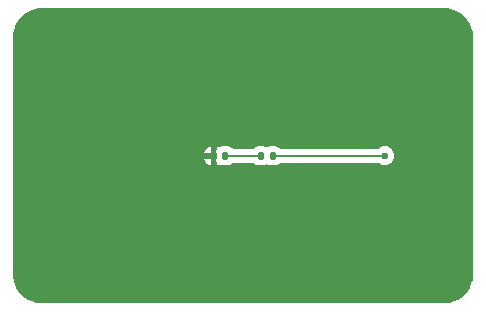
<source format=gbr>
%TF.GenerationSoftware,KiCad,Pcbnew,8.0.6*%
%TF.CreationDate,2024-11-14T10:44:01+01:00*%
%TF.ProjectId,dac_hat,6461635f-6861-4742-9e6b-696361645f70,0*%
%TF.SameCoordinates,Original*%
%TF.FileFunction,Copper,L1,Top*%
%TF.FilePolarity,Positive*%
%FSLAX46Y46*%
G04 Gerber Fmt 4.6, Leading zero omitted, Abs format (unit mm)*
G04 Created by KiCad (PCBNEW 8.0.6) date 2024-11-14 10:44:01*
%MOMM*%
%LPD*%
G01*
G04 APERTURE LIST*
G04 Aperture macros list*
%AMRoundRect*
0 Rectangle with rounded corners*
0 $1 Rounding radius*
0 $2 $3 $4 $5 $6 $7 $8 $9 X,Y pos of 4 corners*
0 Add a 4 corners polygon primitive as box body*
4,1,4,$2,$3,$4,$5,$6,$7,$8,$9,$2,$3,0*
0 Add four circle primitives for the rounded corners*
1,1,$1+$1,$2,$3*
1,1,$1+$1,$4,$5*
1,1,$1+$1,$6,$7*
1,1,$1+$1,$8,$9*
0 Add four rect primitives between the rounded corners*
20,1,$1+$1,$2,$3,$4,$5,0*
20,1,$1+$1,$4,$5,$6,$7,0*
20,1,$1+$1,$6,$7,$8,$9,0*
20,1,$1+$1,$8,$9,$2,$3,0*%
G04 Aperture macros list end*
%TA.AperFunction,SMDPad,CuDef*%
%ADD10RoundRect,0.135000X-0.135000X-0.185000X0.135000X-0.185000X0.135000X0.185000X-0.135000X0.185000X0*%
%TD*%
%TA.AperFunction,SMDPad,CuDef*%
%ADD11RoundRect,0.147500X-0.147500X-0.172500X0.147500X-0.172500X0.147500X0.172500X-0.147500X0.172500X0*%
%TD*%
%TA.AperFunction,ViaPad*%
%ADD12C,0.600000*%
%TD*%
%TA.AperFunction,Conductor*%
%ADD13C,0.200000*%
%TD*%
G04 APERTURE END LIST*
D10*
%TO.P,R1,1*%
%TO.N,/led*%
X118490000Y-83000000D03*
%TO.P,R1,2*%
%TO.N,VCC*%
X119510000Y-83000000D03*
%TD*%
D11*
%TO.P,D1,1,K*%
%TO.N,GND*%
X114515000Y-83000000D03*
%TO.P,D1,2,A*%
%TO.N,/led*%
X115485000Y-83000000D03*
%TD*%
D12*
%TO.N,GND*%
X113000000Y-83000000D03*
X114000000Y-85000000D03*
X114000000Y-81000000D03*
X129000000Y-85000000D03*
X129000000Y-81000000D03*
X104000000Y-86000000D03*
X101000000Y-86000000D03*
X104000000Y-80000000D03*
X101000000Y-80000000D03*
X105000000Y-83000000D03*
X100000000Y-83000000D03*
%TO.N,VCC*%
X129000000Y-83000000D03*
%TD*%
D13*
%TO.N,VCC*%
X129000000Y-83000000D02*
X119510000Y-83000000D01*
%TO.N,/led*%
X115485000Y-83000000D02*
X118490000Y-83000000D01*
%TD*%
%TA.AperFunction,Conductor*%
%TO.N,GND*%
G36*
X134003736Y-70500726D02*
G01*
X134293796Y-70518271D01*
X134308659Y-70520076D01*
X134590798Y-70571780D01*
X134605335Y-70575363D01*
X134879172Y-70660695D01*
X134893163Y-70666000D01*
X135154743Y-70783727D01*
X135167989Y-70790680D01*
X135413465Y-70939075D01*
X135425776Y-70947573D01*
X135651573Y-71124473D01*
X135662781Y-71134403D01*
X135865596Y-71337218D01*
X135875526Y-71348426D01*
X135995481Y-71501538D01*
X136052422Y-71574217D01*
X136060928Y-71586540D01*
X136209316Y-71832004D01*
X136216275Y-71845263D01*
X136333997Y-72106831D01*
X136339306Y-72120832D01*
X136424635Y-72394663D01*
X136428219Y-72409201D01*
X136479923Y-72691340D01*
X136481728Y-72706205D01*
X136499274Y-72996263D01*
X136499500Y-73003750D01*
X136499500Y-92996249D01*
X136499274Y-93003736D01*
X136481728Y-93293794D01*
X136479923Y-93308659D01*
X136428219Y-93590798D01*
X136424635Y-93605336D01*
X136339306Y-93879167D01*
X136333997Y-93893168D01*
X136216275Y-94154736D01*
X136209316Y-94167995D01*
X136060928Y-94413459D01*
X136052422Y-94425782D01*
X135875526Y-94651573D01*
X135865596Y-94662781D01*
X135662781Y-94865596D01*
X135651573Y-94875526D01*
X135425782Y-95052422D01*
X135413459Y-95060928D01*
X135167995Y-95209316D01*
X135154736Y-95216275D01*
X134893168Y-95333997D01*
X134879167Y-95339306D01*
X134605336Y-95424635D01*
X134590798Y-95428219D01*
X134308659Y-95479923D01*
X134293794Y-95481728D01*
X134003736Y-95499274D01*
X133996249Y-95499500D01*
X100003751Y-95499500D01*
X99996264Y-95499274D01*
X99706205Y-95481728D01*
X99691340Y-95479923D01*
X99409201Y-95428219D01*
X99394663Y-95424635D01*
X99120832Y-95339306D01*
X99106831Y-95333997D01*
X98845263Y-95216275D01*
X98832004Y-95209316D01*
X98586540Y-95060928D01*
X98574217Y-95052422D01*
X98348426Y-94875526D01*
X98337218Y-94865596D01*
X98134403Y-94662781D01*
X98124473Y-94651573D01*
X97947573Y-94425776D01*
X97939075Y-94413465D01*
X97790680Y-94167989D01*
X97783727Y-94154743D01*
X97666000Y-93893163D01*
X97660693Y-93879167D01*
X97575364Y-93605336D01*
X97571780Y-93590798D01*
X97520076Y-93308659D01*
X97518271Y-93293794D01*
X97500726Y-93003736D01*
X97500500Y-92996249D01*
X97500500Y-83250000D01*
X113720954Y-83250000D01*
X113722889Y-83274597D01*
X113768529Y-83431692D01*
X113768531Y-83431697D01*
X113851806Y-83572508D01*
X113851812Y-83572516D01*
X113967483Y-83688187D01*
X113967491Y-83688193D01*
X114108302Y-83771468D01*
X114265000Y-83816992D01*
X114265000Y-83250000D01*
X113720954Y-83250000D01*
X97500500Y-83250000D01*
X97500500Y-82762052D01*
X114689500Y-82762052D01*
X114689500Y-83237947D01*
X114692390Y-83274673D01*
X114692391Y-83274679D01*
X114738066Y-83431892D01*
X114738068Y-83431895D01*
X114747732Y-83448236D01*
X114765000Y-83511357D01*
X114765000Y-83816991D01*
X114921696Y-83771468D01*
X114936386Y-83762781D01*
X115004110Y-83745597D01*
X115062628Y-83762779D01*
X115078103Y-83771931D01*
X115078104Y-83771931D01*
X115078107Y-83771933D01*
X115235320Y-83817608D01*
X115235323Y-83817608D01*
X115235325Y-83817609D01*
X115272060Y-83820500D01*
X115272068Y-83820500D01*
X115697932Y-83820500D01*
X115697940Y-83820500D01*
X115734675Y-83817609D01*
X115734677Y-83817608D01*
X115734679Y-83817608D01*
X115891892Y-83771933D01*
X115891893Y-83771932D01*
X115891897Y-83771931D01*
X116032820Y-83688590D01*
X116084590Y-83636820D01*
X116145913Y-83603334D01*
X116172272Y-83600500D01*
X117820405Y-83600500D01*
X117887444Y-83620185D01*
X117908081Y-83636814D01*
X117962402Y-83691135D01*
X118100607Y-83772869D01*
X118100614Y-83772871D01*
X118254791Y-83817664D01*
X118254794Y-83817664D01*
X118254796Y-83817665D01*
X118290819Y-83820500D01*
X118689180Y-83820499D01*
X118725204Y-83817665D01*
X118879393Y-83772869D01*
X118936882Y-83738869D01*
X119004602Y-83721688D01*
X119063117Y-83738869D01*
X119120607Y-83772869D01*
X119120610Y-83772869D01*
X119120612Y-83772871D01*
X119274791Y-83817664D01*
X119274794Y-83817664D01*
X119274796Y-83817665D01*
X119310819Y-83820500D01*
X119709180Y-83820499D01*
X119745204Y-83817665D01*
X119899393Y-83772869D01*
X120037598Y-83691135D01*
X120091915Y-83636817D01*
X120153236Y-83603334D01*
X120179595Y-83600500D01*
X128417588Y-83600500D01*
X128484627Y-83620185D01*
X128494903Y-83627555D01*
X128497736Y-83629814D01*
X128497738Y-83629816D01*
X128650478Y-83725789D01*
X128756195Y-83762781D01*
X128820745Y-83785368D01*
X128820750Y-83785369D01*
X128999996Y-83805565D01*
X129000000Y-83805565D01*
X129000004Y-83805565D01*
X129179249Y-83785369D01*
X129179252Y-83785368D01*
X129179255Y-83785368D01*
X129349522Y-83725789D01*
X129502262Y-83629816D01*
X129629816Y-83502262D01*
X129725789Y-83349522D01*
X129785368Y-83179255D01*
X129805565Y-83000000D01*
X129785368Y-82820745D01*
X129725789Y-82650478D01*
X129629816Y-82497738D01*
X129502262Y-82370184D01*
X129409364Y-82311812D01*
X129349523Y-82274211D01*
X129179254Y-82214631D01*
X129179249Y-82214630D01*
X129000004Y-82194435D01*
X128999996Y-82194435D01*
X128820750Y-82214630D01*
X128820745Y-82214631D01*
X128650476Y-82274211D01*
X128497736Y-82370185D01*
X128494903Y-82372445D01*
X128492724Y-82373334D01*
X128491842Y-82373889D01*
X128491744Y-82373734D01*
X128430217Y-82398855D01*
X128417588Y-82399500D01*
X120179595Y-82399500D01*
X120112556Y-82379815D01*
X120091918Y-82363185D01*
X120037598Y-82308865D01*
X119985930Y-82278309D01*
X119899393Y-82227131D01*
X119899388Y-82227129D01*
X119745208Y-82182335D01*
X119745202Y-82182334D01*
X119709181Y-82179500D01*
X119310830Y-82179500D01*
X119310808Y-82179501D01*
X119274794Y-82182335D01*
X119120611Y-82227129D01*
X119120604Y-82227132D01*
X119063119Y-82261128D01*
X118995395Y-82278309D01*
X118936881Y-82261128D01*
X118879395Y-82227132D01*
X118879388Y-82227129D01*
X118725208Y-82182335D01*
X118725202Y-82182334D01*
X118689181Y-82179500D01*
X118290830Y-82179500D01*
X118290808Y-82179501D01*
X118254794Y-82182335D01*
X118100611Y-82227129D01*
X118100606Y-82227131D01*
X117962404Y-82308863D01*
X117962400Y-82308866D01*
X117935243Y-82336023D01*
X117908084Y-82363182D01*
X117846764Y-82396666D01*
X117820405Y-82399500D01*
X116172272Y-82399500D01*
X116105233Y-82379815D01*
X116084590Y-82363180D01*
X116032825Y-82311414D01*
X116032817Y-82311408D01*
X115907372Y-82237221D01*
X115891897Y-82228069D01*
X115891896Y-82228068D01*
X115891895Y-82228068D01*
X115891892Y-82228066D01*
X115734679Y-82182391D01*
X115734673Y-82182390D01*
X115697947Y-82179500D01*
X115697940Y-82179500D01*
X115272060Y-82179500D01*
X115272052Y-82179500D01*
X115235326Y-82182390D01*
X115235320Y-82182391D01*
X115078103Y-82228068D01*
X115078102Y-82228068D01*
X115062625Y-82237221D01*
X114994900Y-82254400D01*
X114936392Y-82237220D01*
X114921704Y-82228534D01*
X114921691Y-82228529D01*
X114765001Y-82183005D01*
X114765000Y-82183006D01*
X114765000Y-82488641D01*
X114747734Y-82551759D01*
X114738067Y-82568104D01*
X114692391Y-82725320D01*
X114692390Y-82725326D01*
X114689500Y-82762052D01*
X97500500Y-82762052D01*
X97500500Y-82750000D01*
X113720953Y-82750000D01*
X114265000Y-82750000D01*
X114265000Y-82183006D01*
X114264998Y-82183005D01*
X114108307Y-82228528D01*
X114108304Y-82228530D01*
X113967491Y-82311806D01*
X113967483Y-82311812D01*
X113851812Y-82427483D01*
X113851806Y-82427491D01*
X113768531Y-82568302D01*
X113768529Y-82568307D01*
X113722890Y-82725396D01*
X113722888Y-82725408D01*
X113720953Y-82750000D01*
X97500500Y-82750000D01*
X97500500Y-73003750D01*
X97500726Y-72996263D01*
X97518271Y-72706205D01*
X97520076Y-72691340D01*
X97571780Y-72409201D01*
X97575364Y-72394663D01*
X97652096Y-72148422D01*
X97660696Y-72120822D01*
X97665998Y-72106841D01*
X97783731Y-71845249D01*
X97790676Y-71832016D01*
X97939080Y-71586526D01*
X97947567Y-71574230D01*
X98124480Y-71348417D01*
X98134395Y-71337226D01*
X98337226Y-71134395D01*
X98348417Y-71124480D01*
X98574230Y-70947567D01*
X98586526Y-70939080D01*
X98832016Y-70790676D01*
X98845249Y-70783731D01*
X99106841Y-70665998D01*
X99120822Y-70660696D01*
X99394668Y-70575362D01*
X99409197Y-70571780D01*
X99691344Y-70520075D01*
X99706201Y-70518271D01*
X99996264Y-70500726D01*
X100003751Y-70500500D01*
X100065892Y-70500500D01*
X133934108Y-70500500D01*
X133996249Y-70500500D01*
X134003736Y-70500726D01*
G37*
%TD.AperFunction*%
%TD*%
M02*

</source>
